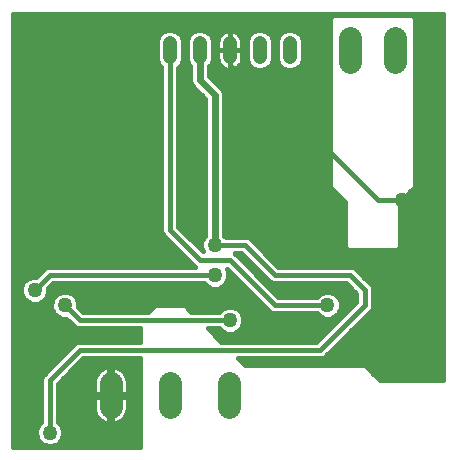
<source format=gbl>
G75*
%MOIN*%
%OFA0B0*%
%FSLAX25Y25*%
%IPPOS*%
%LPD*%
%AMOC8*
5,1,8,0,0,1.08239X$1,22.5*
%
%ADD10C,0.04800*%
%ADD11C,0.07800*%
%ADD12C,0.01000*%
%ADD13C,0.05000*%
%ADD14C,0.01600*%
%ADD15C,0.02400*%
D10*
X0056800Y0134400D02*
X0056800Y0139200D01*
X0066800Y0139200D02*
X0066800Y0134400D01*
X0076800Y0134400D02*
X0076800Y0139200D01*
X0086800Y0139200D02*
X0086800Y0134400D01*
X0096800Y0134400D02*
X0096800Y0139200D01*
D11*
X0116800Y0140700D02*
X0116800Y0132900D01*
X0131800Y0132900D02*
X0131800Y0140700D01*
X0076500Y0025700D02*
X0076500Y0017900D01*
X0056800Y0017900D02*
X0056800Y0025700D01*
X0037100Y0025700D02*
X0037100Y0017900D01*
D12*
X0037800Y0021600D02*
X0037100Y0021800D01*
X0076800Y0136800D02*
X0077400Y0136800D01*
D13*
X0106800Y0111800D03*
X0134300Y0086800D03*
X0109300Y0051800D03*
X0076800Y0046800D03*
X0071800Y0061800D03*
X0071800Y0071800D03*
X0021800Y0051800D03*
X0011800Y0056800D03*
X0016800Y0009300D03*
D14*
X0004600Y0004600D02*
X0004600Y0148961D01*
X0147701Y0148961D01*
X0147701Y0026800D01*
X0126800Y0026800D01*
X0121800Y0031800D01*
X0081800Y0031800D01*
X0079600Y0034000D01*
X0107357Y0034000D01*
X0108386Y0034426D01*
X0123386Y0049426D01*
X0124174Y0050214D01*
X0124600Y0051243D01*
X0124600Y0057357D01*
X0124174Y0058386D01*
X0119174Y0063386D01*
X0118386Y0064174D01*
X0117357Y0064600D01*
X0092960Y0064600D01*
X0084174Y0073386D01*
X0083386Y0074174D01*
X0082357Y0074600D01*
X0075364Y0074600D01*
X0075000Y0074964D01*
X0075000Y0122437D01*
X0074513Y0123613D01*
X0070000Y0128125D01*
X0070000Y0131377D01*
X0070530Y0131908D01*
X0071200Y0133525D01*
X0071200Y0140075D01*
X0070530Y0141692D01*
X0069292Y0142930D01*
X0067675Y0143600D01*
X0065925Y0143600D01*
X0064308Y0142930D01*
X0063070Y0141692D01*
X0062400Y0140075D01*
X0062400Y0133525D01*
X0063070Y0131908D01*
X0063600Y0131377D01*
X0063600Y0126163D01*
X0064087Y0124987D01*
X0064987Y0124087D01*
X0068600Y0120475D01*
X0068600Y0074964D01*
X0067985Y0074349D01*
X0067300Y0072695D01*
X0067300Y0070905D01*
X0067756Y0069804D01*
X0059600Y0077960D01*
X0059600Y0130977D01*
X0060530Y0131908D01*
X0061200Y0133525D01*
X0061200Y0140075D01*
X0060530Y0141692D01*
X0059292Y0142930D01*
X0057675Y0143600D01*
X0055925Y0143600D01*
X0054308Y0142930D01*
X0053070Y0141692D01*
X0052400Y0140075D01*
X0052400Y0133525D01*
X0053070Y0131908D01*
X0054000Y0130977D01*
X0054000Y0076243D01*
X0054426Y0075214D01*
X0055214Y0074426D01*
X0065040Y0064600D01*
X0016243Y0064600D01*
X0015214Y0064174D01*
X0012340Y0061300D01*
X0010905Y0061300D01*
X0009251Y0060615D01*
X0007985Y0059349D01*
X0007300Y0057695D01*
X0007300Y0055905D01*
X0007985Y0054251D01*
X0009251Y0052985D01*
X0010905Y0052300D01*
X0012695Y0052300D01*
X0014349Y0052985D01*
X0015615Y0054251D01*
X0016300Y0055905D01*
X0016300Y0057340D01*
X0017960Y0059000D01*
X0068236Y0059000D01*
X0069251Y0057985D01*
X0070905Y0057300D01*
X0072695Y0057300D01*
X0074349Y0057985D01*
X0075615Y0059251D01*
X0076300Y0060905D01*
X0076300Y0062695D01*
X0075844Y0063796D01*
X0090214Y0049426D01*
X0091243Y0049000D01*
X0105736Y0049000D01*
X0106751Y0047985D01*
X0108405Y0047300D01*
X0110195Y0047300D01*
X0111849Y0047985D01*
X0113115Y0049251D01*
X0113800Y0050905D01*
X0113800Y0052695D01*
X0113115Y0054349D01*
X0111849Y0055615D01*
X0110195Y0056300D01*
X0108405Y0056300D01*
X0106751Y0055615D01*
X0105736Y0054600D01*
X0092960Y0054600D01*
X0079174Y0068386D01*
X0078560Y0069000D01*
X0080640Y0069000D01*
X0090214Y0059426D01*
X0091243Y0059000D01*
X0115640Y0059000D01*
X0119000Y0055640D01*
X0119000Y0052960D01*
X0105640Y0039600D01*
X0074000Y0039600D01*
X0069600Y0044000D01*
X0073236Y0044000D01*
X0074251Y0042985D01*
X0075905Y0042300D01*
X0077695Y0042300D01*
X0079349Y0042985D01*
X0080615Y0044251D01*
X0081300Y0045905D01*
X0081300Y0047695D01*
X0080615Y0049349D01*
X0079349Y0050615D01*
X0077695Y0051300D01*
X0075905Y0051300D01*
X0074251Y0050615D01*
X0073236Y0049600D01*
X0064000Y0049600D01*
X0061800Y0051800D01*
X0051800Y0051800D01*
X0049600Y0049600D01*
X0027960Y0049600D01*
X0026300Y0051260D01*
X0026300Y0052695D01*
X0025615Y0054349D01*
X0024349Y0055615D01*
X0022695Y0056300D01*
X0020905Y0056300D01*
X0019251Y0055615D01*
X0017985Y0054349D01*
X0017300Y0052695D01*
X0017300Y0050905D01*
X0017985Y0049251D01*
X0019251Y0047985D01*
X0020905Y0047300D01*
X0022340Y0047300D01*
X0025214Y0044426D01*
X0026243Y0044000D01*
X0046800Y0044000D01*
X0046800Y0039600D01*
X0026243Y0039600D01*
X0025214Y0039174D01*
X0024426Y0038386D01*
X0014426Y0028386D01*
X0014000Y0027357D01*
X0014000Y0012864D01*
X0012985Y0011849D01*
X0012300Y0010195D01*
X0012300Y0008405D01*
X0012985Y0006751D01*
X0014251Y0005485D01*
X0015905Y0004800D01*
X0017695Y0004800D01*
X0019349Y0005485D01*
X0020615Y0006751D01*
X0021300Y0008405D01*
X0021300Y0010195D01*
X0020615Y0011849D01*
X0019600Y0012864D01*
X0019600Y0025640D01*
X0027960Y0034000D01*
X0046800Y0034000D01*
X0046800Y0004600D01*
X0004600Y0004600D01*
X0004600Y0004997D02*
X0015429Y0004997D01*
X0018171Y0004997D02*
X0046800Y0004997D01*
X0046800Y0006596D02*
X0020459Y0006596D01*
X0021213Y0008194D02*
X0046800Y0008194D01*
X0046800Y0009793D02*
X0021300Y0009793D01*
X0020805Y0011391D02*
X0046800Y0011391D01*
X0046800Y0012990D02*
X0040018Y0012990D01*
X0040087Y0013025D02*
X0040813Y0013552D01*
X0041448Y0014187D01*
X0041975Y0014913D01*
X0042382Y0015712D01*
X0042660Y0016565D01*
X0042800Y0017451D01*
X0042800Y0021300D01*
X0037600Y0021300D01*
X0037600Y0022300D01*
X0036600Y0022300D01*
X0036600Y0031392D01*
X0035765Y0031260D01*
X0034912Y0030982D01*
X0034113Y0030575D01*
X0033387Y0030048D01*
X0032752Y0029413D01*
X0032225Y0028687D01*
X0031818Y0027888D01*
X0031540Y0027035D01*
X0031400Y0026149D01*
X0031400Y0022300D01*
X0036600Y0022300D01*
X0036600Y0021300D01*
X0031400Y0021300D01*
X0031400Y0017451D01*
X0031540Y0016565D01*
X0031818Y0015712D01*
X0032225Y0014913D01*
X0032752Y0014187D01*
X0033387Y0013552D01*
X0034113Y0013025D01*
X0034912Y0012618D01*
X0035765Y0012340D01*
X0036600Y0012208D01*
X0036600Y0021300D01*
X0037600Y0021300D01*
X0037600Y0012208D01*
X0038435Y0012340D01*
X0039288Y0012618D01*
X0040087Y0013025D01*
X0041739Y0014588D02*
X0046800Y0014588D01*
X0046800Y0016187D02*
X0042537Y0016187D01*
X0042800Y0017785D02*
X0046800Y0017785D01*
X0046800Y0019384D02*
X0042800Y0019384D01*
X0042800Y0020982D02*
X0046800Y0020982D01*
X0046800Y0022581D02*
X0042800Y0022581D01*
X0042800Y0022300D02*
X0042800Y0026149D01*
X0042660Y0027035D01*
X0042382Y0027888D01*
X0041975Y0028687D01*
X0041448Y0029413D01*
X0040813Y0030048D01*
X0040087Y0030575D01*
X0039288Y0030982D01*
X0038435Y0031260D01*
X0037600Y0031392D01*
X0037600Y0022300D01*
X0042800Y0022300D01*
X0042800Y0024179D02*
X0046800Y0024179D01*
X0046800Y0025778D02*
X0042800Y0025778D01*
X0042549Y0027376D02*
X0046800Y0027376D01*
X0046800Y0028975D02*
X0041766Y0028975D01*
X0040090Y0030573D02*
X0046800Y0030573D01*
X0046800Y0032172D02*
X0026132Y0032172D01*
X0027730Y0033770D02*
X0046800Y0033770D01*
X0046800Y0040164D02*
X0004600Y0040164D01*
X0004600Y0038566D02*
X0024606Y0038566D01*
X0023007Y0036967D02*
X0004600Y0036967D01*
X0004600Y0035369D02*
X0021409Y0035369D01*
X0019810Y0033770D02*
X0004600Y0033770D01*
X0004600Y0032172D02*
X0018212Y0032172D01*
X0016613Y0030573D02*
X0004600Y0030573D01*
X0004600Y0028975D02*
X0015015Y0028975D01*
X0014008Y0027376D02*
X0004600Y0027376D01*
X0004600Y0025778D02*
X0014000Y0025778D01*
X0014000Y0024179D02*
X0004600Y0024179D01*
X0004600Y0022581D02*
X0014000Y0022581D01*
X0014000Y0020982D02*
X0004600Y0020982D01*
X0004600Y0019384D02*
X0014000Y0019384D01*
X0014000Y0017785D02*
X0004600Y0017785D01*
X0004600Y0016187D02*
X0014000Y0016187D01*
X0014000Y0014588D02*
X0004600Y0014588D01*
X0004600Y0012990D02*
X0014000Y0012990D01*
X0012795Y0011391D02*
X0004600Y0011391D01*
X0004600Y0009793D02*
X0012300Y0009793D01*
X0012387Y0008194D02*
X0004600Y0008194D01*
X0004600Y0006596D02*
X0013140Y0006596D01*
X0016800Y0009300D02*
X0016800Y0026800D01*
X0026800Y0036800D01*
X0106800Y0036800D01*
X0121800Y0051800D01*
X0121800Y0056800D01*
X0116800Y0061800D01*
X0091800Y0061800D01*
X0081800Y0071800D01*
X0071800Y0071800D01*
X0067730Y0073733D02*
X0063827Y0073733D01*
X0062228Y0075332D02*
X0068600Y0075332D01*
X0068600Y0076930D02*
X0060630Y0076930D01*
X0059600Y0078529D02*
X0068600Y0078529D01*
X0068600Y0080127D02*
X0059600Y0080127D01*
X0059600Y0081726D02*
X0068600Y0081726D01*
X0068600Y0083324D02*
X0059600Y0083324D01*
X0059600Y0084923D02*
X0068600Y0084923D01*
X0068600Y0086521D02*
X0059600Y0086521D01*
X0059600Y0088120D02*
X0068600Y0088120D01*
X0068600Y0089718D02*
X0059600Y0089718D01*
X0059600Y0091317D02*
X0068600Y0091317D01*
X0068600Y0092915D02*
X0059600Y0092915D01*
X0059600Y0094514D02*
X0068600Y0094514D01*
X0068600Y0096112D02*
X0059600Y0096112D01*
X0059600Y0097711D02*
X0068600Y0097711D01*
X0068600Y0099309D02*
X0059600Y0099309D01*
X0059600Y0100908D02*
X0068600Y0100908D01*
X0068600Y0102506D02*
X0059600Y0102506D01*
X0059600Y0104105D02*
X0068600Y0104105D01*
X0068600Y0105703D02*
X0059600Y0105703D01*
X0059600Y0107302D02*
X0068600Y0107302D01*
X0068600Y0108900D02*
X0059600Y0108900D01*
X0059600Y0110499D02*
X0068600Y0110499D01*
X0068600Y0112097D02*
X0059600Y0112097D01*
X0059600Y0113696D02*
X0068600Y0113696D01*
X0068600Y0115294D02*
X0059600Y0115294D01*
X0059600Y0116893D02*
X0068600Y0116893D01*
X0068600Y0118491D02*
X0059600Y0118491D01*
X0059600Y0120090D02*
X0068600Y0120090D01*
X0067386Y0121688D02*
X0059600Y0121688D01*
X0059600Y0123287D02*
X0065788Y0123287D01*
X0064189Y0124885D02*
X0059600Y0124885D01*
X0059600Y0126484D02*
X0063600Y0126484D01*
X0063600Y0128082D02*
X0059600Y0128082D01*
X0059600Y0129681D02*
X0063600Y0129681D01*
X0063600Y0131279D02*
X0059902Y0131279D01*
X0060932Y0132878D02*
X0062668Y0132878D01*
X0062400Y0134476D02*
X0061200Y0134476D01*
X0061200Y0136075D02*
X0062400Y0136075D01*
X0062400Y0137673D02*
X0061200Y0137673D01*
X0061200Y0139272D02*
X0062400Y0139272D01*
X0062729Y0140870D02*
X0060871Y0140870D01*
X0059754Y0142469D02*
X0063846Y0142469D01*
X0069754Y0142469D02*
X0074154Y0142469D01*
X0074064Y0142404D02*
X0073596Y0141936D01*
X0073208Y0141401D01*
X0072908Y0140812D01*
X0072703Y0140184D01*
X0072600Y0139531D01*
X0072600Y0136800D01*
X0076800Y0136800D01*
X0076800Y0131800D01*
X0079300Y0129300D01*
X0079300Y0121800D01*
X0089300Y0111800D01*
X0106800Y0111800D01*
X0106800Y0106209D01*
X0126209Y0086800D01*
X0134300Y0086800D01*
X0133784Y0086521D02*
X0147701Y0086521D01*
X0147701Y0084923D02*
X0133400Y0084923D01*
X0133400Y0086137D02*
X0137463Y0090200D01*
X0138400Y0091137D01*
X0138400Y0147463D01*
X0137463Y0148400D01*
X0111137Y0148400D01*
X0110200Y0147463D01*
X0110200Y0091137D01*
X0115200Y0086137D01*
X0115200Y0081137D01*
X0115200Y0072463D01*
X0115200Y0071137D01*
X0116137Y0070200D01*
X0132463Y0070200D01*
X0133400Y0071137D01*
X0133400Y0086137D01*
X0135382Y0088120D02*
X0147701Y0088120D01*
X0147701Y0089718D02*
X0136981Y0089718D01*
X0138400Y0091317D02*
X0147701Y0091317D01*
X0147701Y0092915D02*
X0138400Y0092915D01*
X0138400Y0094514D02*
X0147701Y0094514D01*
X0147701Y0096112D02*
X0138400Y0096112D01*
X0138400Y0097711D02*
X0147701Y0097711D01*
X0147701Y0099309D02*
X0138400Y0099309D01*
X0138400Y0100908D02*
X0147701Y0100908D01*
X0147701Y0102506D02*
X0138400Y0102506D01*
X0138400Y0104105D02*
X0147701Y0104105D01*
X0147701Y0105703D02*
X0138400Y0105703D01*
X0138400Y0107302D02*
X0147701Y0107302D01*
X0147701Y0108900D02*
X0138400Y0108900D01*
X0138400Y0110499D02*
X0147701Y0110499D01*
X0147701Y0112097D02*
X0138400Y0112097D01*
X0138400Y0113696D02*
X0147701Y0113696D01*
X0147701Y0115294D02*
X0138400Y0115294D01*
X0138400Y0116893D02*
X0147701Y0116893D01*
X0147701Y0118491D02*
X0138400Y0118491D01*
X0138400Y0120090D02*
X0147701Y0120090D01*
X0147701Y0121688D02*
X0138400Y0121688D01*
X0138400Y0123287D02*
X0147701Y0123287D01*
X0147701Y0124885D02*
X0138400Y0124885D01*
X0138400Y0126484D02*
X0147701Y0126484D01*
X0147701Y0128082D02*
X0138400Y0128082D01*
X0138400Y0129681D02*
X0147701Y0129681D01*
X0147701Y0131279D02*
X0138400Y0131279D01*
X0138400Y0132878D02*
X0147701Y0132878D01*
X0147701Y0134476D02*
X0138400Y0134476D01*
X0138400Y0136075D02*
X0147701Y0136075D01*
X0147701Y0137673D02*
X0138400Y0137673D01*
X0138400Y0139272D02*
X0147701Y0139272D01*
X0147701Y0140870D02*
X0138400Y0140870D01*
X0138400Y0142469D02*
X0147701Y0142469D01*
X0147701Y0144068D02*
X0138400Y0144068D01*
X0138400Y0145666D02*
X0147701Y0145666D01*
X0147701Y0147265D02*
X0138400Y0147265D01*
X0147701Y0148863D02*
X0004600Y0148863D01*
X0004600Y0147265D02*
X0110200Y0147265D01*
X0110200Y0145666D02*
X0004600Y0145666D01*
X0004600Y0144068D02*
X0110200Y0144068D01*
X0110200Y0142469D02*
X0099754Y0142469D01*
X0099292Y0142930D02*
X0097675Y0143600D01*
X0095925Y0143600D01*
X0094308Y0142930D01*
X0093070Y0141692D01*
X0092400Y0140075D01*
X0092400Y0133525D01*
X0093070Y0131908D01*
X0094308Y0130670D01*
X0095925Y0130000D01*
X0097675Y0130000D01*
X0099292Y0130670D01*
X0100530Y0131908D01*
X0101200Y0133525D01*
X0101200Y0140075D01*
X0100530Y0141692D01*
X0099292Y0142930D01*
X0100871Y0140870D02*
X0110200Y0140870D01*
X0110200Y0139272D02*
X0101200Y0139272D01*
X0101200Y0137673D02*
X0110200Y0137673D01*
X0110200Y0136075D02*
X0101200Y0136075D01*
X0101200Y0134476D02*
X0110200Y0134476D01*
X0110200Y0132878D02*
X0100932Y0132878D01*
X0099902Y0131279D02*
X0110200Y0131279D01*
X0110200Y0129681D02*
X0070000Y0129681D01*
X0070000Y0131279D02*
X0073981Y0131279D01*
X0074064Y0131196D02*
X0074599Y0130808D01*
X0075188Y0130508D01*
X0075816Y0130303D01*
X0076469Y0130200D01*
X0076800Y0130200D01*
X0077131Y0130200D01*
X0077784Y0130303D01*
X0078412Y0130508D01*
X0079001Y0130808D01*
X0079536Y0131196D01*
X0080004Y0131664D01*
X0080392Y0132199D01*
X0080692Y0132788D01*
X0080897Y0133416D01*
X0081000Y0134069D01*
X0081000Y0136800D01*
X0081000Y0139531D01*
X0080897Y0140184D01*
X0080692Y0140812D01*
X0080392Y0141401D01*
X0080004Y0141936D01*
X0079536Y0142404D01*
X0079001Y0142792D01*
X0078412Y0143092D01*
X0077784Y0143297D01*
X0077131Y0143400D01*
X0076800Y0143400D01*
X0076800Y0136800D01*
X0081000Y0136800D01*
X0076800Y0136800D01*
X0076800Y0136800D01*
X0076800Y0136800D01*
X0076800Y0130200D01*
X0076800Y0136800D01*
X0076800Y0136800D01*
X0076800Y0136800D01*
X0076800Y0143400D01*
X0076469Y0143400D01*
X0075816Y0143297D01*
X0075188Y0143092D01*
X0074599Y0142792D01*
X0074064Y0142404D01*
X0072937Y0140870D02*
X0070871Y0140870D01*
X0071200Y0139272D02*
X0072600Y0139272D01*
X0072600Y0137673D02*
X0071200Y0137673D01*
X0071200Y0136075D02*
X0072600Y0136075D01*
X0072600Y0136800D02*
X0072600Y0134069D01*
X0072703Y0133416D01*
X0072908Y0132788D01*
X0073208Y0132199D01*
X0073596Y0131664D01*
X0074064Y0131196D01*
X0072878Y0132878D02*
X0070932Y0132878D01*
X0071200Y0134476D02*
X0072600Y0134476D01*
X0072600Y0136800D02*
X0076800Y0136800D01*
X0076800Y0136075D02*
X0076800Y0136075D01*
X0076800Y0137673D02*
X0076800Y0137673D01*
X0076800Y0139272D02*
X0076800Y0139272D01*
X0076800Y0140870D02*
X0076800Y0140870D01*
X0076800Y0142469D02*
X0076800Y0142469D01*
X0079446Y0142469D02*
X0083846Y0142469D01*
X0084308Y0142930D02*
X0083070Y0141692D01*
X0082400Y0140075D01*
X0082400Y0133525D01*
X0083070Y0131908D01*
X0084308Y0130670D01*
X0085925Y0130000D01*
X0087675Y0130000D01*
X0089292Y0130670D01*
X0090530Y0131908D01*
X0091200Y0133525D01*
X0091200Y0140075D01*
X0090530Y0141692D01*
X0089292Y0142930D01*
X0087675Y0143600D01*
X0085925Y0143600D01*
X0084308Y0142930D01*
X0082729Y0140870D02*
X0080663Y0140870D01*
X0081000Y0139272D02*
X0082400Y0139272D01*
X0082400Y0137673D02*
X0081000Y0137673D01*
X0081000Y0136075D02*
X0082400Y0136075D01*
X0082400Y0134476D02*
X0081000Y0134476D01*
X0080722Y0132878D02*
X0082668Y0132878D01*
X0083698Y0131279D02*
X0079619Y0131279D01*
X0076800Y0131279D02*
X0076800Y0131279D01*
X0076800Y0132878D02*
X0076800Y0132878D01*
X0076800Y0134476D02*
X0076800Y0134476D01*
X0070043Y0128082D02*
X0110200Y0128082D01*
X0110200Y0126484D02*
X0071642Y0126484D01*
X0073240Y0124885D02*
X0110200Y0124885D01*
X0110200Y0123287D02*
X0074648Y0123287D01*
X0075000Y0121688D02*
X0110200Y0121688D01*
X0110200Y0120090D02*
X0075000Y0120090D01*
X0075000Y0118491D02*
X0110200Y0118491D01*
X0110200Y0116893D02*
X0075000Y0116893D01*
X0075000Y0115294D02*
X0110200Y0115294D01*
X0110200Y0113696D02*
X0075000Y0113696D01*
X0075000Y0112097D02*
X0110200Y0112097D01*
X0110200Y0110499D02*
X0075000Y0110499D01*
X0075000Y0108900D02*
X0110200Y0108900D01*
X0110200Y0107302D02*
X0075000Y0107302D01*
X0075000Y0105703D02*
X0110200Y0105703D01*
X0110200Y0104105D02*
X0075000Y0104105D01*
X0075000Y0102506D02*
X0110200Y0102506D01*
X0110200Y0100908D02*
X0075000Y0100908D01*
X0075000Y0099309D02*
X0110200Y0099309D01*
X0110200Y0097711D02*
X0075000Y0097711D01*
X0075000Y0096112D02*
X0110200Y0096112D01*
X0110200Y0094514D02*
X0075000Y0094514D01*
X0075000Y0092915D02*
X0110200Y0092915D01*
X0110200Y0091317D02*
X0075000Y0091317D01*
X0075000Y0089718D02*
X0111619Y0089718D01*
X0113218Y0088120D02*
X0075000Y0088120D01*
X0075000Y0086521D02*
X0114816Y0086521D01*
X0115200Y0084923D02*
X0075000Y0084923D01*
X0075000Y0083324D02*
X0115200Y0083324D01*
X0115200Y0081726D02*
X0075000Y0081726D01*
X0075000Y0080127D02*
X0115200Y0080127D01*
X0115200Y0078529D02*
X0075000Y0078529D01*
X0075000Y0076930D02*
X0115200Y0076930D01*
X0115200Y0075332D02*
X0075000Y0075332D01*
X0078622Y0068937D02*
X0080703Y0068937D01*
X0079174Y0068386D02*
X0079174Y0068386D01*
X0080221Y0067339D02*
X0082301Y0067339D01*
X0081819Y0065740D02*
X0083900Y0065740D01*
X0083418Y0064142D02*
X0085498Y0064142D01*
X0085016Y0062543D02*
X0087097Y0062543D01*
X0086615Y0060945D02*
X0088695Y0060945D01*
X0088213Y0059346D02*
X0090407Y0059346D01*
X0089812Y0057748D02*
X0116892Y0057748D01*
X0118491Y0056149D02*
X0110559Y0056149D01*
X0108041Y0056149D02*
X0091410Y0056149D01*
X0091800Y0051800D02*
X0076800Y0066800D01*
X0066800Y0066800D01*
X0056800Y0076800D01*
X0056800Y0136800D01*
X0052400Y0136075D02*
X0004600Y0136075D01*
X0004600Y0137673D02*
X0052400Y0137673D01*
X0052400Y0139272D02*
X0004600Y0139272D01*
X0004600Y0140870D02*
X0052729Y0140870D01*
X0053846Y0142469D02*
X0004600Y0142469D01*
X0004600Y0134476D02*
X0052400Y0134476D01*
X0052668Y0132878D02*
X0004600Y0132878D01*
X0004600Y0131279D02*
X0053698Y0131279D01*
X0054000Y0129681D02*
X0004600Y0129681D01*
X0004600Y0128082D02*
X0054000Y0128082D01*
X0054000Y0126484D02*
X0004600Y0126484D01*
X0004600Y0124885D02*
X0054000Y0124885D01*
X0054000Y0123287D02*
X0004600Y0123287D01*
X0004600Y0121688D02*
X0054000Y0121688D01*
X0054000Y0120090D02*
X0004600Y0120090D01*
X0004600Y0118491D02*
X0054000Y0118491D01*
X0054000Y0116893D02*
X0004600Y0116893D01*
X0004600Y0115294D02*
X0054000Y0115294D01*
X0054000Y0113696D02*
X0004600Y0113696D01*
X0004600Y0112097D02*
X0054000Y0112097D01*
X0054000Y0110499D02*
X0004600Y0110499D01*
X0004600Y0108900D02*
X0054000Y0108900D01*
X0054000Y0107302D02*
X0004600Y0107302D01*
X0004600Y0105703D02*
X0054000Y0105703D01*
X0054000Y0104105D02*
X0004600Y0104105D01*
X0004600Y0102506D02*
X0054000Y0102506D01*
X0054000Y0100908D02*
X0004600Y0100908D01*
X0004600Y0099309D02*
X0054000Y0099309D01*
X0054000Y0097711D02*
X0004600Y0097711D01*
X0004600Y0096112D02*
X0054000Y0096112D01*
X0054000Y0094514D02*
X0004600Y0094514D01*
X0004600Y0092915D02*
X0054000Y0092915D01*
X0054000Y0091317D02*
X0004600Y0091317D01*
X0004600Y0089718D02*
X0054000Y0089718D01*
X0054000Y0088120D02*
X0004600Y0088120D01*
X0004600Y0086521D02*
X0054000Y0086521D01*
X0054000Y0084923D02*
X0004600Y0084923D01*
X0004600Y0083324D02*
X0054000Y0083324D01*
X0054000Y0081726D02*
X0004600Y0081726D01*
X0004600Y0080127D02*
X0054000Y0080127D01*
X0054000Y0078529D02*
X0004600Y0078529D01*
X0004600Y0076930D02*
X0054000Y0076930D01*
X0054378Y0075332D02*
X0004600Y0075332D01*
X0004600Y0073733D02*
X0055907Y0073733D01*
X0057506Y0072134D02*
X0004600Y0072134D01*
X0004600Y0070536D02*
X0059104Y0070536D01*
X0060703Y0068937D02*
X0004600Y0068937D01*
X0004600Y0067339D02*
X0062301Y0067339D01*
X0063900Y0065740D02*
X0004600Y0065740D01*
X0004600Y0064142D02*
X0015182Y0064142D01*
X0013584Y0062543D02*
X0004600Y0062543D01*
X0004600Y0060945D02*
X0010048Y0060945D01*
X0007984Y0059346D02*
X0004600Y0059346D01*
X0004600Y0057748D02*
X0007322Y0057748D01*
X0007300Y0056149D02*
X0004600Y0056149D01*
X0004600Y0054551D02*
X0007861Y0054551D01*
X0009330Y0052952D02*
X0004600Y0052952D01*
X0004600Y0051354D02*
X0017300Y0051354D01*
X0017407Y0052952D02*
X0014270Y0052952D01*
X0015739Y0054551D02*
X0018187Y0054551D01*
X0016300Y0056149D02*
X0020541Y0056149D01*
X0023059Y0056149D02*
X0083491Y0056149D01*
X0085089Y0054551D02*
X0025413Y0054551D01*
X0026193Y0052952D02*
X0086688Y0052952D01*
X0088286Y0051354D02*
X0062246Y0051354D01*
X0063845Y0049755D02*
X0073391Y0049755D01*
X0076800Y0046800D02*
X0026800Y0046800D01*
X0021800Y0051800D01*
X0019079Y0048157D02*
X0004600Y0048157D01*
X0004600Y0049755D02*
X0017776Y0049755D01*
X0023082Y0046558D02*
X0004600Y0046558D01*
X0004600Y0044960D02*
X0024680Y0044960D01*
X0027804Y0049755D02*
X0049755Y0049755D01*
X0051354Y0051354D02*
X0026300Y0051354D01*
X0016708Y0057748D02*
X0069824Y0057748D01*
X0073776Y0057748D02*
X0081892Y0057748D01*
X0080294Y0059346D02*
X0075654Y0059346D01*
X0076300Y0060945D02*
X0078695Y0060945D01*
X0077097Y0062543D02*
X0076300Y0062543D01*
X0071800Y0061800D02*
X0016800Y0061800D01*
X0011800Y0056800D01*
X0004600Y0043361D02*
X0046800Y0043361D01*
X0046800Y0041763D02*
X0004600Y0041763D01*
X0019737Y0025778D02*
X0031400Y0025778D01*
X0031400Y0024179D02*
X0019600Y0024179D01*
X0019600Y0022581D02*
X0031400Y0022581D01*
X0031400Y0020982D02*
X0019600Y0020982D01*
X0019600Y0019384D02*
X0031400Y0019384D01*
X0031400Y0017785D02*
X0019600Y0017785D01*
X0019600Y0016187D02*
X0031663Y0016187D01*
X0032461Y0014588D02*
X0019600Y0014588D01*
X0019600Y0012990D02*
X0034182Y0012990D01*
X0036600Y0012990D02*
X0037600Y0012990D01*
X0037600Y0014588D02*
X0036600Y0014588D01*
X0036600Y0016187D02*
X0037600Y0016187D01*
X0037600Y0017785D02*
X0036600Y0017785D01*
X0036600Y0019384D02*
X0037600Y0019384D01*
X0037600Y0020982D02*
X0036600Y0020982D01*
X0036600Y0022581D02*
X0037600Y0022581D01*
X0037600Y0024179D02*
X0036600Y0024179D01*
X0036600Y0025778D02*
X0037600Y0025778D01*
X0037600Y0027376D02*
X0036600Y0027376D01*
X0036600Y0028975D02*
X0037600Y0028975D01*
X0037600Y0030573D02*
X0036600Y0030573D01*
X0034110Y0030573D02*
X0024533Y0030573D01*
X0022934Y0028975D02*
X0032434Y0028975D01*
X0031651Y0027376D02*
X0021336Y0027376D01*
X0065425Y0072134D02*
X0067300Y0072134D01*
X0067453Y0070536D02*
X0067024Y0070536D01*
X0083827Y0073733D02*
X0115200Y0073733D01*
X0115200Y0072134D02*
X0085425Y0072134D01*
X0087024Y0070536D02*
X0115801Y0070536D01*
X0118418Y0064142D02*
X0147701Y0064142D01*
X0147701Y0065740D02*
X0091819Y0065740D01*
X0090221Y0067339D02*
X0147701Y0067339D01*
X0147701Y0068937D02*
X0088622Y0068937D01*
X0091800Y0051800D02*
X0109300Y0051800D01*
X0113324Y0049755D02*
X0115796Y0049755D01*
X0117394Y0051354D02*
X0113800Y0051354D01*
X0113693Y0052952D02*
X0118993Y0052952D01*
X0119000Y0054551D02*
X0112913Y0054551D01*
X0112021Y0048157D02*
X0114197Y0048157D01*
X0112599Y0046558D02*
X0081300Y0046558D01*
X0081109Y0048157D02*
X0106579Y0048157D01*
X0111000Y0044960D02*
X0080909Y0044960D01*
X0079725Y0043361D02*
X0109402Y0043361D01*
X0107803Y0041763D02*
X0071837Y0041763D01*
X0070239Y0043361D02*
X0073875Y0043361D01*
X0073436Y0040164D02*
X0106204Y0040164D01*
X0110927Y0036967D02*
X0147701Y0036967D01*
X0147701Y0035369D02*
X0109329Y0035369D01*
X0112526Y0038566D02*
X0147701Y0038566D01*
X0147701Y0040164D02*
X0114124Y0040164D01*
X0115723Y0041763D02*
X0147701Y0041763D01*
X0147701Y0043361D02*
X0117321Y0043361D01*
X0118920Y0044960D02*
X0147701Y0044960D01*
X0147701Y0046558D02*
X0120518Y0046558D01*
X0122117Y0048157D02*
X0147701Y0048157D01*
X0147701Y0049755D02*
X0123715Y0049755D01*
X0124600Y0051354D02*
X0147701Y0051354D01*
X0147701Y0052952D02*
X0124600Y0052952D01*
X0124600Y0054551D02*
X0147701Y0054551D01*
X0147701Y0056149D02*
X0124600Y0056149D01*
X0124438Y0057748D02*
X0147701Y0057748D01*
X0147701Y0059346D02*
X0123213Y0059346D01*
X0121615Y0060945D02*
X0147701Y0060945D01*
X0147701Y0062543D02*
X0120016Y0062543D01*
X0132799Y0070536D02*
X0147701Y0070536D01*
X0147701Y0072134D02*
X0133400Y0072134D01*
X0133400Y0073733D02*
X0147701Y0073733D01*
X0147701Y0075332D02*
X0133400Y0075332D01*
X0133400Y0076930D02*
X0147701Y0076930D01*
X0147701Y0078529D02*
X0133400Y0078529D01*
X0133400Y0080127D02*
X0147701Y0080127D01*
X0147701Y0081726D02*
X0133400Y0081726D01*
X0133400Y0083324D02*
X0147701Y0083324D01*
X0147701Y0033770D02*
X0079830Y0033770D01*
X0081428Y0032172D02*
X0147701Y0032172D01*
X0147701Y0030573D02*
X0123027Y0030573D01*
X0124625Y0028975D02*
X0147701Y0028975D01*
X0147701Y0027376D02*
X0126224Y0027376D01*
X0089885Y0049755D02*
X0080209Y0049755D01*
X0089902Y0131279D02*
X0093698Y0131279D01*
X0092668Y0132878D02*
X0090932Y0132878D01*
X0091200Y0134476D02*
X0092400Y0134476D01*
X0092400Y0136075D02*
X0091200Y0136075D01*
X0091200Y0137673D02*
X0092400Y0137673D01*
X0092400Y0139272D02*
X0091200Y0139272D01*
X0090871Y0140870D02*
X0092729Y0140870D01*
X0093846Y0142469D02*
X0089754Y0142469D01*
D15*
X0071800Y0121800D02*
X0066800Y0126800D01*
X0066800Y0136800D01*
X0071800Y0121800D02*
X0071800Y0071800D01*
M02*

</source>
